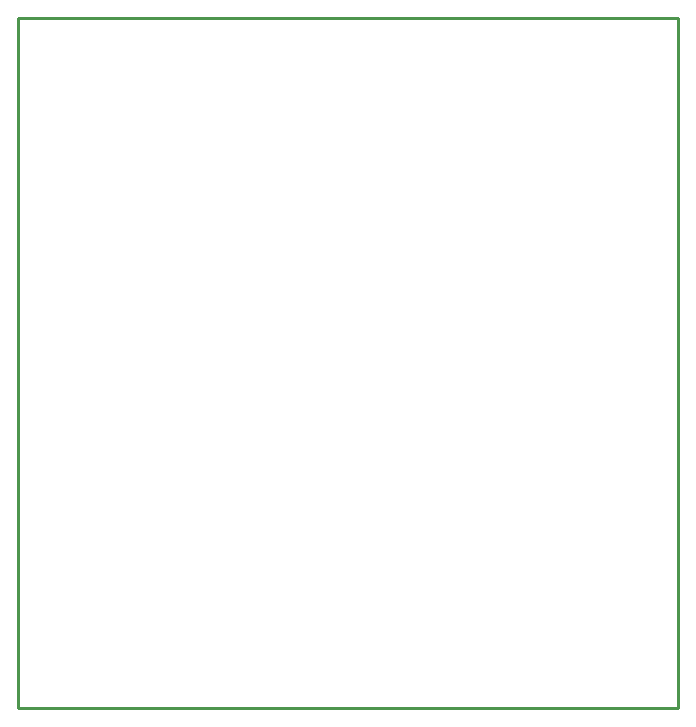
<source format=gm1>
%FSLAX25Y25*%
%MOIN*%
G70*
G01*
G75*
G04 Layer_Color=11296232*
%ADD10R,0.02500X0.04200*%
%ADD11R,0.02362X0.05906*%
%ADD12R,0.08500X0.10799*%
%ADD13R,0.07874X0.16142*%
%ADD14R,0.06299X0.12598*%
%ADD15R,0.20472X0.19685*%
%ADD16R,0.03000X0.05000*%
%ADD17R,0.06000X0.05000*%
%ADD18R,0.10000X0.06500*%
%ADD19R,0.04000X0.01500*%
%ADD20R,0.01100X0.05800*%
%ADD21R,0.25197X0.14173*%
%ADD22R,0.03347X0.03150*%
%ADD23R,0.03150X0.03347*%
%ADD24R,0.05512X0.04331*%
%ADD25R,0.04331X0.10236*%
%ADD26R,0.10236X0.04331*%
%ADD27C,0.01000*%
%ADD28C,0.02000*%
%ADD29C,0.10000*%
%ADD30C,0.06890*%
%ADD31R,0.06890X0.06890*%
%ADD32C,0.02500*%
%ADD33R,0.01000X0.01000*%
%ADD34R,0.07874X0.03937*%
%ADD35R,0.05906X0.13780*%
%ADD36R,0.03937X0.03740*%
%ADD37R,0.01000X0.01000*%
%ADD38R,0.06890X0.04331*%
%ADD39C,0.00984*%
%ADD40C,0.00787*%
%ADD41C,0.00700*%
%ADD42C,0.00600*%
%ADD43C,0.00300*%
%ADD44R,0.02000X0.16400*%
%ADD45R,0.20600X0.19813*%
%ADD46R,0.03300X0.05300*%
%ADD47R,0.02900X0.04600*%
%ADD48R,0.02762X0.06306*%
%ADD49R,0.08900X0.11199*%
%ADD50R,0.08274X0.16542*%
%ADD51R,0.06699X0.12998*%
%ADD52R,0.06400X0.05400*%
%ADD53R,0.10400X0.06900*%
%ADD54R,0.04400X0.01900*%
%ADD55R,0.01500X0.06200*%
%ADD56R,0.25597X0.14573*%
%ADD57R,0.03747X0.03550*%
%ADD58R,0.03550X0.03747*%
%ADD59R,0.05912X0.04731*%
%ADD60R,0.04731X0.10636*%
%ADD61R,0.10636X0.04731*%
%ADD62C,0.07290*%
%ADD63R,0.07290X0.07290*%
%ADD64R,0.08200X0.04263*%
%ADD65R,0.06306X0.14179*%
%ADD66R,0.04337X0.04140*%
%ADD67R,0.07290X0.04731*%
%ADD68R,0.08137X0.04200*%
D27*
X0Y0D02*
Y230000D01*
Y0D02*
X220000D01*
Y230000D01*
X0D02*
X220000D01*
M02*

</source>
